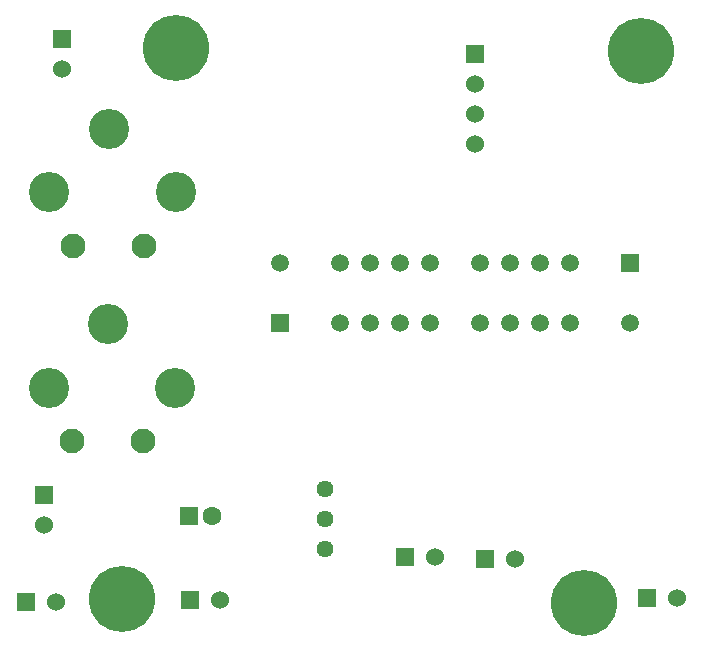
<source format=gbr>
%TF.GenerationSoftware,KiCad,Pcbnew,8.0.2*%
%TF.CreationDate,2024-06-17T10:51:33+02:00*%
%TF.ProjectId,AMS_IMD_Reset,414d535f-494d-4445-9f52-657365742e6b,rev?*%
%TF.SameCoordinates,Original*%
%TF.FileFunction,Soldermask,Bot*%
%TF.FilePolarity,Negative*%
%FSLAX46Y46*%
G04 Gerber Fmt 4.6, Leading zero omitted, Abs format (unit mm)*
G04 Created by KiCad (PCBNEW 8.0.2) date 2024-06-17 10:51:33*
%MOMM*%
%LPD*%
G01*
G04 APERTURE LIST*
%ADD10R,1.530000X1.530000*%
%ADD11C,1.530000*%
%ADD12R,1.500000X1.500000*%
%ADD13C,1.500000*%
%ADD14C,2.100000*%
%ADD15C,3.400000*%
%ADD16C,5.600000*%
%ADD17R,1.600000X1.600000*%
%ADD18C,1.600000*%
%ADD19C,1.440000*%
G04 APERTURE END LIST*
D10*
%TO.C,J8*%
X199495000Y-116925000D03*
D11*
X202035000Y-116925000D03*
%TD*%
D10*
%TO.C,J4*%
X179019200Y-113461200D03*
D11*
X181559200Y-113461200D03*
%TD*%
D12*
%TO.C,K2*%
X168402000Y-93675200D03*
D13*
X173482000Y-93675200D03*
X176022000Y-93675200D03*
X178562000Y-93675200D03*
X181102000Y-93675200D03*
X181102000Y-88595200D03*
X178562000Y-88595200D03*
X176022000Y-88595200D03*
X173482000Y-88595200D03*
X168402000Y-88595200D03*
%TD*%
D10*
%TO.C,J5*%
X185800000Y-113600000D03*
D11*
X188340000Y-113600000D03*
%TD*%
D14*
%TO.C,K3*%
X156850500Y-103686400D03*
D15*
X159550500Y-99186400D03*
X153850500Y-93786400D03*
X148850500Y-99186400D03*
D14*
X150850500Y-103686400D03*
%TD*%
D10*
%TO.C,J7*%
X184962800Y-70866000D03*
D11*
X184962800Y-73406000D03*
X184962800Y-75946000D03*
X184962800Y-78486000D03*
%TD*%
D14*
%TO.C,K1*%
X156900000Y-87100000D03*
D15*
X159600000Y-82600000D03*
X153900000Y-77200000D03*
X148900000Y-82600000D03*
D14*
X150900000Y-87100000D03*
%TD*%
D12*
%TO.C,K4*%
X198018400Y-88595200D03*
D13*
X192938400Y-88595200D03*
X190398400Y-88595200D03*
X187858400Y-88595200D03*
X185318400Y-88595200D03*
X185318400Y-93675200D03*
X187858400Y-93675200D03*
X190398400Y-93675200D03*
X192938400Y-93675200D03*
X198018400Y-93675200D03*
%TD*%
D16*
%TO.C,*%
X199000000Y-70600000D03*
%TD*%
D10*
%TO.C,J6*%
X146895000Y-117275000D03*
D11*
X149435000Y-117275000D03*
%TD*%
D16*
%TO.C,*%
X159600000Y-70400000D03*
%TD*%
%TO.C,*%
X194200000Y-117400000D03*
%TD*%
D17*
%TO.C,C1*%
X160680400Y-110007400D03*
D18*
X162680400Y-110007400D03*
%TD*%
D10*
%TO.C,J2*%
X150000000Y-69600000D03*
D11*
X150000000Y-72140000D03*
%TD*%
D10*
%TO.C,J1*%
X160800000Y-117125000D03*
D11*
X163340000Y-117125000D03*
%TD*%
D16*
%TO.C,*%
X155000000Y-117000000D03*
%TD*%
D10*
%TO.C,J3*%
X148400000Y-108200000D03*
D11*
X148400000Y-110740000D03*
%TD*%
D19*
%TO.C,U1*%
X172262800Y-112776000D03*
X172262800Y-110236000D03*
X172262800Y-107696000D03*
%TD*%
M02*

</source>
